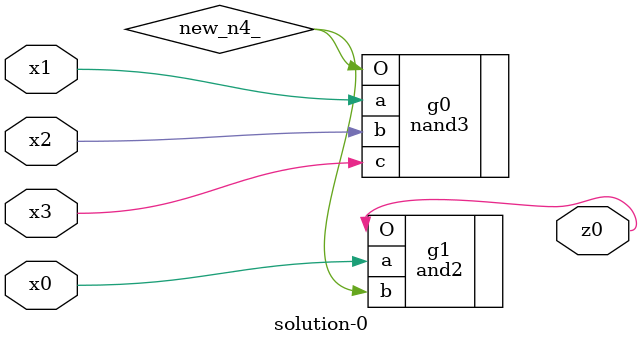
<source format=v>
module \solution-0 (
  x0, x1, x2, x3,
  z0 );
  input x0, x1, x2, x3;
  output z0;
  wire new_n4_;
  nand3  g0(.a(x1), .b(x2), .c(x3), .O(new_n4_));
  and2  g1(.a(x0), .b(new_n4_), .O(z0));
endmodule

</source>
